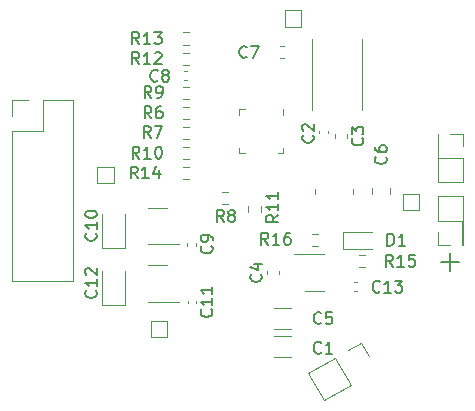
<source format=gbr>
%TF.GenerationSoftware,KiCad,Pcbnew,7.0.5*%
%TF.CreationDate,2023-06-07T18:34:11-04:00*%
%TF.ProjectId,PWR,5057522e-6b69-4636-9164-5f7063625858,rev?*%
%TF.SameCoordinates,Original*%
%TF.FileFunction,Legend,Top*%
%TF.FilePolarity,Positive*%
%FSLAX46Y46*%
G04 Gerber Fmt 4.6, Leading zero omitted, Abs format (unit mm)*
G04 Created by KiCad (PCBNEW 7.0.5) date 2023-06-07 18:34:11*
%MOMM*%
%LPD*%
G01*
G04 APERTURE LIST*
%ADD10C,0.150000*%
%ADD11C,0.120000*%
G04 APERTURE END LIST*
D10*
X165000000Y-100750000D02*
X165000000Y-102250000D01*
X164250000Y-101500000D02*
X165750000Y-101500000D01*
%TO.C,R15*%
X160137142Y-101894819D02*
X159803809Y-101418628D01*
X159565714Y-101894819D02*
X159565714Y-100894819D01*
X159565714Y-100894819D02*
X159946666Y-100894819D01*
X159946666Y-100894819D02*
X160041904Y-100942438D01*
X160041904Y-100942438D02*
X160089523Y-100990057D01*
X160089523Y-100990057D02*
X160137142Y-101085295D01*
X160137142Y-101085295D02*
X160137142Y-101228152D01*
X160137142Y-101228152D02*
X160089523Y-101323390D01*
X160089523Y-101323390D02*
X160041904Y-101371009D01*
X160041904Y-101371009D02*
X159946666Y-101418628D01*
X159946666Y-101418628D02*
X159565714Y-101418628D01*
X161089523Y-101894819D02*
X160518095Y-101894819D01*
X160803809Y-101894819D02*
X160803809Y-100894819D01*
X160803809Y-100894819D02*
X160708571Y-101037676D01*
X160708571Y-101037676D02*
X160613333Y-101132914D01*
X160613333Y-101132914D02*
X160518095Y-101180533D01*
X161994285Y-100894819D02*
X161518095Y-100894819D01*
X161518095Y-100894819D02*
X161470476Y-101371009D01*
X161470476Y-101371009D02*
X161518095Y-101323390D01*
X161518095Y-101323390D02*
X161613333Y-101275771D01*
X161613333Y-101275771D02*
X161851428Y-101275771D01*
X161851428Y-101275771D02*
X161946666Y-101323390D01*
X161946666Y-101323390D02*
X161994285Y-101371009D01*
X161994285Y-101371009D02*
X162041904Y-101466247D01*
X162041904Y-101466247D02*
X162041904Y-101704342D01*
X162041904Y-101704342D02*
X161994285Y-101799580D01*
X161994285Y-101799580D02*
X161946666Y-101847200D01*
X161946666Y-101847200D02*
X161851428Y-101894819D01*
X161851428Y-101894819D02*
X161613333Y-101894819D01*
X161613333Y-101894819D02*
X161518095Y-101847200D01*
X161518095Y-101847200D02*
X161470476Y-101799580D01*
%TO.C,C4*%
X148959580Y-102556666D02*
X149007200Y-102604285D01*
X149007200Y-102604285D02*
X149054819Y-102747142D01*
X149054819Y-102747142D02*
X149054819Y-102842380D01*
X149054819Y-102842380D02*
X149007200Y-102985237D01*
X149007200Y-102985237D02*
X148911961Y-103080475D01*
X148911961Y-103080475D02*
X148816723Y-103128094D01*
X148816723Y-103128094D02*
X148626247Y-103175713D01*
X148626247Y-103175713D02*
X148483390Y-103175713D01*
X148483390Y-103175713D02*
X148292914Y-103128094D01*
X148292914Y-103128094D02*
X148197676Y-103080475D01*
X148197676Y-103080475D02*
X148102438Y-102985237D01*
X148102438Y-102985237D02*
X148054819Y-102842380D01*
X148054819Y-102842380D02*
X148054819Y-102747142D01*
X148054819Y-102747142D02*
X148102438Y-102604285D01*
X148102438Y-102604285D02*
X148150057Y-102556666D01*
X148388152Y-101699523D02*
X149054819Y-101699523D01*
X148007200Y-101937618D02*
X148721485Y-102175713D01*
X148721485Y-102175713D02*
X148721485Y-101556666D01*
%TO.C,C13*%
X159037142Y-103999580D02*
X158989523Y-104047200D01*
X158989523Y-104047200D02*
X158846666Y-104094819D01*
X158846666Y-104094819D02*
X158751428Y-104094819D01*
X158751428Y-104094819D02*
X158608571Y-104047200D01*
X158608571Y-104047200D02*
X158513333Y-103951961D01*
X158513333Y-103951961D02*
X158465714Y-103856723D01*
X158465714Y-103856723D02*
X158418095Y-103666247D01*
X158418095Y-103666247D02*
X158418095Y-103523390D01*
X158418095Y-103523390D02*
X158465714Y-103332914D01*
X158465714Y-103332914D02*
X158513333Y-103237676D01*
X158513333Y-103237676D02*
X158608571Y-103142438D01*
X158608571Y-103142438D02*
X158751428Y-103094819D01*
X158751428Y-103094819D02*
X158846666Y-103094819D01*
X158846666Y-103094819D02*
X158989523Y-103142438D01*
X158989523Y-103142438D02*
X159037142Y-103190057D01*
X159989523Y-104094819D02*
X159418095Y-104094819D01*
X159703809Y-104094819D02*
X159703809Y-103094819D01*
X159703809Y-103094819D02*
X159608571Y-103237676D01*
X159608571Y-103237676D02*
X159513333Y-103332914D01*
X159513333Y-103332914D02*
X159418095Y-103380533D01*
X160322857Y-103094819D02*
X160941904Y-103094819D01*
X160941904Y-103094819D02*
X160608571Y-103475771D01*
X160608571Y-103475771D02*
X160751428Y-103475771D01*
X160751428Y-103475771D02*
X160846666Y-103523390D01*
X160846666Y-103523390D02*
X160894285Y-103571009D01*
X160894285Y-103571009D02*
X160941904Y-103666247D01*
X160941904Y-103666247D02*
X160941904Y-103904342D01*
X160941904Y-103904342D02*
X160894285Y-103999580D01*
X160894285Y-103999580D02*
X160846666Y-104047200D01*
X160846666Y-104047200D02*
X160751428Y-104094819D01*
X160751428Y-104094819D02*
X160465714Y-104094819D01*
X160465714Y-104094819D02*
X160370476Y-104047200D01*
X160370476Y-104047200D02*
X160322857Y-103999580D01*
%TO.C,R13*%
X138652862Y-83049099D02*
X138319529Y-82572908D01*
X138081434Y-83049099D02*
X138081434Y-82049099D01*
X138081434Y-82049099D02*
X138462386Y-82049099D01*
X138462386Y-82049099D02*
X138557624Y-82096718D01*
X138557624Y-82096718D02*
X138605243Y-82144337D01*
X138605243Y-82144337D02*
X138652862Y-82239575D01*
X138652862Y-82239575D02*
X138652862Y-82382432D01*
X138652862Y-82382432D02*
X138605243Y-82477670D01*
X138605243Y-82477670D02*
X138557624Y-82525289D01*
X138557624Y-82525289D02*
X138462386Y-82572908D01*
X138462386Y-82572908D02*
X138081434Y-82572908D01*
X139605243Y-83049099D02*
X139033815Y-83049099D01*
X139319529Y-83049099D02*
X139319529Y-82049099D01*
X139319529Y-82049099D02*
X139224291Y-82191956D01*
X139224291Y-82191956D02*
X139129053Y-82287194D01*
X139129053Y-82287194D02*
X139033815Y-82334813D01*
X139938577Y-82049099D02*
X140557624Y-82049099D01*
X140557624Y-82049099D02*
X140224291Y-82430051D01*
X140224291Y-82430051D02*
X140367148Y-82430051D01*
X140367148Y-82430051D02*
X140462386Y-82477670D01*
X140462386Y-82477670D02*
X140510005Y-82525289D01*
X140510005Y-82525289D02*
X140557624Y-82620527D01*
X140557624Y-82620527D02*
X140557624Y-82858622D01*
X140557624Y-82858622D02*
X140510005Y-82953860D01*
X140510005Y-82953860D02*
X140462386Y-83001480D01*
X140462386Y-83001480D02*
X140367148Y-83049099D01*
X140367148Y-83049099D02*
X140081434Y-83049099D01*
X140081434Y-83049099D02*
X139986196Y-83001480D01*
X139986196Y-83001480D02*
X139938577Y-82953860D01*
%TO.C,R16*%
X149587142Y-100034819D02*
X149253809Y-99558628D01*
X149015714Y-100034819D02*
X149015714Y-99034819D01*
X149015714Y-99034819D02*
X149396666Y-99034819D01*
X149396666Y-99034819D02*
X149491904Y-99082438D01*
X149491904Y-99082438D02*
X149539523Y-99130057D01*
X149539523Y-99130057D02*
X149587142Y-99225295D01*
X149587142Y-99225295D02*
X149587142Y-99368152D01*
X149587142Y-99368152D02*
X149539523Y-99463390D01*
X149539523Y-99463390D02*
X149491904Y-99511009D01*
X149491904Y-99511009D02*
X149396666Y-99558628D01*
X149396666Y-99558628D02*
X149015714Y-99558628D01*
X150539523Y-100034819D02*
X149968095Y-100034819D01*
X150253809Y-100034819D02*
X150253809Y-99034819D01*
X150253809Y-99034819D02*
X150158571Y-99177676D01*
X150158571Y-99177676D02*
X150063333Y-99272914D01*
X150063333Y-99272914D02*
X149968095Y-99320533D01*
X151396666Y-99034819D02*
X151206190Y-99034819D01*
X151206190Y-99034819D02*
X151110952Y-99082438D01*
X151110952Y-99082438D02*
X151063333Y-99130057D01*
X151063333Y-99130057D02*
X150968095Y-99272914D01*
X150968095Y-99272914D02*
X150920476Y-99463390D01*
X150920476Y-99463390D02*
X150920476Y-99844342D01*
X150920476Y-99844342D02*
X150968095Y-99939580D01*
X150968095Y-99939580D02*
X151015714Y-99987200D01*
X151015714Y-99987200D02*
X151110952Y-100034819D01*
X151110952Y-100034819D02*
X151301428Y-100034819D01*
X151301428Y-100034819D02*
X151396666Y-99987200D01*
X151396666Y-99987200D02*
X151444285Y-99939580D01*
X151444285Y-99939580D02*
X151491904Y-99844342D01*
X151491904Y-99844342D02*
X151491904Y-99606247D01*
X151491904Y-99606247D02*
X151444285Y-99511009D01*
X151444285Y-99511009D02*
X151396666Y-99463390D01*
X151396666Y-99463390D02*
X151301428Y-99415771D01*
X151301428Y-99415771D02*
X151110952Y-99415771D01*
X151110952Y-99415771D02*
X151015714Y-99463390D01*
X151015714Y-99463390D02*
X150968095Y-99511009D01*
X150968095Y-99511009D02*
X150920476Y-99606247D01*
%TO.C,C5*%
X154070833Y-106659580D02*
X154023214Y-106707200D01*
X154023214Y-106707200D02*
X153880357Y-106754819D01*
X153880357Y-106754819D02*
X153785119Y-106754819D01*
X153785119Y-106754819D02*
X153642262Y-106707200D01*
X153642262Y-106707200D02*
X153547024Y-106611961D01*
X153547024Y-106611961D02*
X153499405Y-106516723D01*
X153499405Y-106516723D02*
X153451786Y-106326247D01*
X153451786Y-106326247D02*
X153451786Y-106183390D01*
X153451786Y-106183390D02*
X153499405Y-105992914D01*
X153499405Y-105992914D02*
X153547024Y-105897676D01*
X153547024Y-105897676D02*
X153642262Y-105802438D01*
X153642262Y-105802438D02*
X153785119Y-105754819D01*
X153785119Y-105754819D02*
X153880357Y-105754819D01*
X153880357Y-105754819D02*
X154023214Y-105802438D01*
X154023214Y-105802438D02*
X154070833Y-105850057D01*
X154975595Y-105754819D02*
X154499405Y-105754819D01*
X154499405Y-105754819D02*
X154451786Y-106231009D01*
X154451786Y-106231009D02*
X154499405Y-106183390D01*
X154499405Y-106183390D02*
X154594643Y-106135771D01*
X154594643Y-106135771D02*
X154832738Y-106135771D01*
X154832738Y-106135771D02*
X154927976Y-106183390D01*
X154927976Y-106183390D02*
X154975595Y-106231009D01*
X154975595Y-106231009D02*
X155023214Y-106326247D01*
X155023214Y-106326247D02*
X155023214Y-106564342D01*
X155023214Y-106564342D02*
X154975595Y-106659580D01*
X154975595Y-106659580D02*
X154927976Y-106707200D01*
X154927976Y-106707200D02*
X154832738Y-106754819D01*
X154832738Y-106754819D02*
X154594643Y-106754819D01*
X154594643Y-106754819D02*
X154499405Y-106707200D01*
X154499405Y-106707200D02*
X154451786Y-106659580D01*
%TO.C,R12*%
X138652862Y-84749099D02*
X138319529Y-84272908D01*
X138081434Y-84749099D02*
X138081434Y-83749099D01*
X138081434Y-83749099D02*
X138462386Y-83749099D01*
X138462386Y-83749099D02*
X138557624Y-83796718D01*
X138557624Y-83796718D02*
X138605243Y-83844337D01*
X138605243Y-83844337D02*
X138652862Y-83939575D01*
X138652862Y-83939575D02*
X138652862Y-84082432D01*
X138652862Y-84082432D02*
X138605243Y-84177670D01*
X138605243Y-84177670D02*
X138557624Y-84225289D01*
X138557624Y-84225289D02*
X138462386Y-84272908D01*
X138462386Y-84272908D02*
X138081434Y-84272908D01*
X139605243Y-84749099D02*
X139033815Y-84749099D01*
X139319529Y-84749099D02*
X139319529Y-83749099D01*
X139319529Y-83749099D02*
X139224291Y-83891956D01*
X139224291Y-83891956D02*
X139129053Y-83987194D01*
X139129053Y-83987194D02*
X139033815Y-84034813D01*
X139986196Y-83844337D02*
X140033815Y-83796718D01*
X140033815Y-83796718D02*
X140129053Y-83749099D01*
X140129053Y-83749099D02*
X140367148Y-83749099D01*
X140367148Y-83749099D02*
X140462386Y-83796718D01*
X140462386Y-83796718D02*
X140510005Y-83844337D01*
X140510005Y-83844337D02*
X140557624Y-83939575D01*
X140557624Y-83939575D02*
X140557624Y-84034813D01*
X140557624Y-84034813D02*
X140510005Y-84177670D01*
X140510005Y-84177670D02*
X139938577Y-84749099D01*
X139938577Y-84749099D02*
X140557624Y-84749099D01*
%TO.C,R11*%
X150434819Y-97512857D02*
X149958628Y-97846190D01*
X150434819Y-98084285D02*
X149434819Y-98084285D01*
X149434819Y-98084285D02*
X149434819Y-97703333D01*
X149434819Y-97703333D02*
X149482438Y-97608095D01*
X149482438Y-97608095D02*
X149530057Y-97560476D01*
X149530057Y-97560476D02*
X149625295Y-97512857D01*
X149625295Y-97512857D02*
X149768152Y-97512857D01*
X149768152Y-97512857D02*
X149863390Y-97560476D01*
X149863390Y-97560476D02*
X149911009Y-97608095D01*
X149911009Y-97608095D02*
X149958628Y-97703333D01*
X149958628Y-97703333D02*
X149958628Y-98084285D01*
X150434819Y-96560476D02*
X150434819Y-97131904D01*
X150434819Y-96846190D02*
X149434819Y-96846190D01*
X149434819Y-96846190D02*
X149577676Y-96941428D01*
X149577676Y-96941428D02*
X149672914Y-97036666D01*
X149672914Y-97036666D02*
X149720533Y-97131904D01*
X150434819Y-95608095D02*
X150434819Y-96179523D01*
X150434819Y-95893809D02*
X149434819Y-95893809D01*
X149434819Y-95893809D02*
X149577676Y-95989047D01*
X149577676Y-95989047D02*
X149672914Y-96084285D01*
X149672914Y-96084285D02*
X149720533Y-96179523D01*
%TO.C,C11*%
X144759580Y-105522857D02*
X144807200Y-105570476D01*
X144807200Y-105570476D02*
X144854819Y-105713333D01*
X144854819Y-105713333D02*
X144854819Y-105808571D01*
X144854819Y-105808571D02*
X144807200Y-105951428D01*
X144807200Y-105951428D02*
X144711961Y-106046666D01*
X144711961Y-106046666D02*
X144616723Y-106094285D01*
X144616723Y-106094285D02*
X144426247Y-106141904D01*
X144426247Y-106141904D02*
X144283390Y-106141904D01*
X144283390Y-106141904D02*
X144092914Y-106094285D01*
X144092914Y-106094285D02*
X143997676Y-106046666D01*
X143997676Y-106046666D02*
X143902438Y-105951428D01*
X143902438Y-105951428D02*
X143854819Y-105808571D01*
X143854819Y-105808571D02*
X143854819Y-105713333D01*
X143854819Y-105713333D02*
X143902438Y-105570476D01*
X143902438Y-105570476D02*
X143950057Y-105522857D01*
X144854819Y-104570476D02*
X144854819Y-105141904D01*
X144854819Y-104856190D02*
X143854819Y-104856190D01*
X143854819Y-104856190D02*
X143997676Y-104951428D01*
X143997676Y-104951428D02*
X144092914Y-105046666D01*
X144092914Y-105046666D02*
X144140533Y-105141904D01*
X144854819Y-103618095D02*
X144854819Y-104189523D01*
X144854819Y-103903809D02*
X143854819Y-103903809D01*
X143854819Y-103903809D02*
X143997676Y-103999047D01*
X143997676Y-103999047D02*
X144092914Y-104094285D01*
X144092914Y-104094285D02*
X144140533Y-104189523D01*
%TO.C,C3*%
X157545300Y-91010946D02*
X157592920Y-91058565D01*
X157592920Y-91058565D02*
X157640539Y-91201422D01*
X157640539Y-91201422D02*
X157640539Y-91296660D01*
X157640539Y-91296660D02*
X157592920Y-91439517D01*
X157592920Y-91439517D02*
X157497681Y-91534755D01*
X157497681Y-91534755D02*
X157402443Y-91582374D01*
X157402443Y-91582374D02*
X157211967Y-91629993D01*
X157211967Y-91629993D02*
X157069110Y-91629993D01*
X157069110Y-91629993D02*
X156878634Y-91582374D01*
X156878634Y-91582374D02*
X156783396Y-91534755D01*
X156783396Y-91534755D02*
X156688158Y-91439517D01*
X156688158Y-91439517D02*
X156640539Y-91296660D01*
X156640539Y-91296660D02*
X156640539Y-91201422D01*
X156640539Y-91201422D02*
X156688158Y-91058565D01*
X156688158Y-91058565D02*
X156735777Y-91010946D01*
X156640539Y-90677612D02*
X156640539Y-90058565D01*
X156640539Y-90058565D02*
X157021491Y-90391898D01*
X157021491Y-90391898D02*
X157021491Y-90249041D01*
X157021491Y-90249041D02*
X157069110Y-90153803D01*
X157069110Y-90153803D02*
X157116729Y-90106184D01*
X157116729Y-90106184D02*
X157211967Y-90058565D01*
X157211967Y-90058565D02*
X157450062Y-90058565D01*
X157450062Y-90058565D02*
X157545300Y-90106184D01*
X157545300Y-90106184D02*
X157592920Y-90153803D01*
X157592920Y-90153803D02*
X157640539Y-90249041D01*
X157640539Y-90249041D02*
X157640539Y-90534755D01*
X157640539Y-90534755D02*
X157592920Y-90629993D01*
X157592920Y-90629993D02*
X157545300Y-90677612D01*
%TO.C,R10*%
X138682862Y-92749099D02*
X138349529Y-92272908D01*
X138111434Y-92749099D02*
X138111434Y-91749099D01*
X138111434Y-91749099D02*
X138492386Y-91749099D01*
X138492386Y-91749099D02*
X138587624Y-91796718D01*
X138587624Y-91796718D02*
X138635243Y-91844337D01*
X138635243Y-91844337D02*
X138682862Y-91939575D01*
X138682862Y-91939575D02*
X138682862Y-92082432D01*
X138682862Y-92082432D02*
X138635243Y-92177670D01*
X138635243Y-92177670D02*
X138587624Y-92225289D01*
X138587624Y-92225289D02*
X138492386Y-92272908D01*
X138492386Y-92272908D02*
X138111434Y-92272908D01*
X139635243Y-92749099D02*
X139063815Y-92749099D01*
X139349529Y-92749099D02*
X139349529Y-91749099D01*
X139349529Y-91749099D02*
X139254291Y-91891956D01*
X139254291Y-91891956D02*
X139159053Y-91987194D01*
X139159053Y-91987194D02*
X139063815Y-92034813D01*
X140254291Y-91749099D02*
X140349529Y-91749099D01*
X140349529Y-91749099D02*
X140444767Y-91796718D01*
X140444767Y-91796718D02*
X140492386Y-91844337D01*
X140492386Y-91844337D02*
X140540005Y-91939575D01*
X140540005Y-91939575D02*
X140587624Y-92130051D01*
X140587624Y-92130051D02*
X140587624Y-92368146D01*
X140587624Y-92368146D02*
X140540005Y-92558622D01*
X140540005Y-92558622D02*
X140492386Y-92653860D01*
X140492386Y-92653860D02*
X140444767Y-92701480D01*
X140444767Y-92701480D02*
X140349529Y-92749099D01*
X140349529Y-92749099D02*
X140254291Y-92749099D01*
X140254291Y-92749099D02*
X140159053Y-92701480D01*
X140159053Y-92701480D02*
X140111434Y-92653860D01*
X140111434Y-92653860D02*
X140063815Y-92558622D01*
X140063815Y-92558622D02*
X140016196Y-92368146D01*
X140016196Y-92368146D02*
X140016196Y-92130051D01*
X140016196Y-92130051D02*
X140063815Y-91939575D01*
X140063815Y-91939575D02*
X140111434Y-91844337D01*
X140111434Y-91844337D02*
X140159053Y-91796718D01*
X140159053Y-91796718D02*
X140254291Y-91749099D01*
%TO.C,C10*%
X134989580Y-99072857D02*
X135037200Y-99120476D01*
X135037200Y-99120476D02*
X135084819Y-99263333D01*
X135084819Y-99263333D02*
X135084819Y-99358571D01*
X135084819Y-99358571D02*
X135037200Y-99501428D01*
X135037200Y-99501428D02*
X134941961Y-99596666D01*
X134941961Y-99596666D02*
X134846723Y-99644285D01*
X134846723Y-99644285D02*
X134656247Y-99691904D01*
X134656247Y-99691904D02*
X134513390Y-99691904D01*
X134513390Y-99691904D02*
X134322914Y-99644285D01*
X134322914Y-99644285D02*
X134227676Y-99596666D01*
X134227676Y-99596666D02*
X134132438Y-99501428D01*
X134132438Y-99501428D02*
X134084819Y-99358571D01*
X134084819Y-99358571D02*
X134084819Y-99263333D01*
X134084819Y-99263333D02*
X134132438Y-99120476D01*
X134132438Y-99120476D02*
X134180057Y-99072857D01*
X135084819Y-98120476D02*
X135084819Y-98691904D01*
X135084819Y-98406190D02*
X134084819Y-98406190D01*
X134084819Y-98406190D02*
X134227676Y-98501428D01*
X134227676Y-98501428D02*
X134322914Y-98596666D01*
X134322914Y-98596666D02*
X134370533Y-98691904D01*
X134084819Y-97501428D02*
X134084819Y-97406190D01*
X134084819Y-97406190D02*
X134132438Y-97310952D01*
X134132438Y-97310952D02*
X134180057Y-97263333D01*
X134180057Y-97263333D02*
X134275295Y-97215714D01*
X134275295Y-97215714D02*
X134465771Y-97168095D01*
X134465771Y-97168095D02*
X134703866Y-97168095D01*
X134703866Y-97168095D02*
X134894342Y-97215714D01*
X134894342Y-97215714D02*
X134989580Y-97263333D01*
X134989580Y-97263333D02*
X135037200Y-97310952D01*
X135037200Y-97310952D02*
X135084819Y-97406190D01*
X135084819Y-97406190D02*
X135084819Y-97501428D01*
X135084819Y-97501428D02*
X135037200Y-97596666D01*
X135037200Y-97596666D02*
X134989580Y-97644285D01*
X134989580Y-97644285D02*
X134894342Y-97691904D01*
X134894342Y-97691904D02*
X134703866Y-97739523D01*
X134703866Y-97739523D02*
X134465771Y-97739523D01*
X134465771Y-97739523D02*
X134275295Y-97691904D01*
X134275295Y-97691904D02*
X134180057Y-97644285D01*
X134180057Y-97644285D02*
X134132438Y-97596666D01*
X134132438Y-97596666D02*
X134084819Y-97501428D01*
%TO.C,R14*%
X138522862Y-94419099D02*
X138189529Y-93942908D01*
X137951434Y-94419099D02*
X137951434Y-93419099D01*
X137951434Y-93419099D02*
X138332386Y-93419099D01*
X138332386Y-93419099D02*
X138427624Y-93466718D01*
X138427624Y-93466718D02*
X138475243Y-93514337D01*
X138475243Y-93514337D02*
X138522862Y-93609575D01*
X138522862Y-93609575D02*
X138522862Y-93752432D01*
X138522862Y-93752432D02*
X138475243Y-93847670D01*
X138475243Y-93847670D02*
X138427624Y-93895289D01*
X138427624Y-93895289D02*
X138332386Y-93942908D01*
X138332386Y-93942908D02*
X137951434Y-93942908D01*
X139475243Y-94419099D02*
X138903815Y-94419099D01*
X139189529Y-94419099D02*
X139189529Y-93419099D01*
X139189529Y-93419099D02*
X139094291Y-93561956D01*
X139094291Y-93561956D02*
X138999053Y-93657194D01*
X138999053Y-93657194D02*
X138903815Y-93704813D01*
X140332386Y-93752432D02*
X140332386Y-94419099D01*
X140094291Y-93371480D02*
X139856196Y-94085765D01*
X139856196Y-94085765D02*
X140475243Y-94085765D01*
%TO.C,C2*%
X153355300Y-90770946D02*
X153402920Y-90818565D01*
X153402920Y-90818565D02*
X153450539Y-90961422D01*
X153450539Y-90961422D02*
X153450539Y-91056660D01*
X153450539Y-91056660D02*
X153402920Y-91199517D01*
X153402920Y-91199517D02*
X153307681Y-91294755D01*
X153307681Y-91294755D02*
X153212443Y-91342374D01*
X153212443Y-91342374D02*
X153021967Y-91389993D01*
X153021967Y-91389993D02*
X152879110Y-91389993D01*
X152879110Y-91389993D02*
X152688634Y-91342374D01*
X152688634Y-91342374D02*
X152593396Y-91294755D01*
X152593396Y-91294755D02*
X152498158Y-91199517D01*
X152498158Y-91199517D02*
X152450539Y-91056660D01*
X152450539Y-91056660D02*
X152450539Y-90961422D01*
X152450539Y-90961422D02*
X152498158Y-90818565D01*
X152498158Y-90818565D02*
X152545777Y-90770946D01*
X152545777Y-90389993D02*
X152498158Y-90342374D01*
X152498158Y-90342374D02*
X152450539Y-90247136D01*
X152450539Y-90247136D02*
X152450539Y-90009041D01*
X152450539Y-90009041D02*
X152498158Y-89913803D01*
X152498158Y-89913803D02*
X152545777Y-89866184D01*
X152545777Y-89866184D02*
X152641015Y-89818565D01*
X152641015Y-89818565D02*
X152736253Y-89818565D01*
X152736253Y-89818565D02*
X152879110Y-89866184D01*
X152879110Y-89866184D02*
X153450539Y-90437612D01*
X153450539Y-90437612D02*
X153450539Y-89818565D01*
%TO.C,D1*%
X159684405Y-100114819D02*
X159684405Y-99114819D01*
X159684405Y-99114819D02*
X159922500Y-99114819D01*
X159922500Y-99114819D02*
X160065357Y-99162438D01*
X160065357Y-99162438D02*
X160160595Y-99257676D01*
X160160595Y-99257676D02*
X160208214Y-99352914D01*
X160208214Y-99352914D02*
X160255833Y-99543390D01*
X160255833Y-99543390D02*
X160255833Y-99686247D01*
X160255833Y-99686247D02*
X160208214Y-99876723D01*
X160208214Y-99876723D02*
X160160595Y-99971961D01*
X160160595Y-99971961D02*
X160065357Y-100067200D01*
X160065357Y-100067200D02*
X159922500Y-100114819D01*
X159922500Y-100114819D02*
X159684405Y-100114819D01*
X161208214Y-100114819D02*
X160636786Y-100114819D01*
X160922500Y-100114819D02*
X160922500Y-99114819D01*
X160922500Y-99114819D02*
X160827262Y-99257676D01*
X160827262Y-99257676D02*
X160732024Y-99352914D01*
X160732024Y-99352914D02*
X160636786Y-99400533D01*
%TO.C,R9*%
X139683333Y-87604819D02*
X139350000Y-87128628D01*
X139111905Y-87604819D02*
X139111905Y-86604819D01*
X139111905Y-86604819D02*
X139492857Y-86604819D01*
X139492857Y-86604819D02*
X139588095Y-86652438D01*
X139588095Y-86652438D02*
X139635714Y-86700057D01*
X139635714Y-86700057D02*
X139683333Y-86795295D01*
X139683333Y-86795295D02*
X139683333Y-86938152D01*
X139683333Y-86938152D02*
X139635714Y-87033390D01*
X139635714Y-87033390D02*
X139588095Y-87081009D01*
X139588095Y-87081009D02*
X139492857Y-87128628D01*
X139492857Y-87128628D02*
X139111905Y-87128628D01*
X140159524Y-87604819D02*
X140350000Y-87604819D01*
X140350000Y-87604819D02*
X140445238Y-87557200D01*
X140445238Y-87557200D02*
X140492857Y-87509580D01*
X140492857Y-87509580D02*
X140588095Y-87366723D01*
X140588095Y-87366723D02*
X140635714Y-87176247D01*
X140635714Y-87176247D02*
X140635714Y-86795295D01*
X140635714Y-86795295D02*
X140588095Y-86700057D01*
X140588095Y-86700057D02*
X140540476Y-86652438D01*
X140540476Y-86652438D02*
X140445238Y-86604819D01*
X140445238Y-86604819D02*
X140254762Y-86604819D01*
X140254762Y-86604819D02*
X140159524Y-86652438D01*
X140159524Y-86652438D02*
X140111905Y-86700057D01*
X140111905Y-86700057D02*
X140064286Y-86795295D01*
X140064286Y-86795295D02*
X140064286Y-87033390D01*
X140064286Y-87033390D02*
X140111905Y-87128628D01*
X140111905Y-87128628D02*
X140159524Y-87176247D01*
X140159524Y-87176247D02*
X140254762Y-87223866D01*
X140254762Y-87223866D02*
X140445238Y-87223866D01*
X140445238Y-87223866D02*
X140540476Y-87176247D01*
X140540476Y-87176247D02*
X140588095Y-87128628D01*
X140588095Y-87128628D02*
X140635714Y-87033390D01*
%TO.C,C9*%
X144779580Y-100156666D02*
X144827200Y-100204285D01*
X144827200Y-100204285D02*
X144874819Y-100347142D01*
X144874819Y-100347142D02*
X144874819Y-100442380D01*
X144874819Y-100442380D02*
X144827200Y-100585237D01*
X144827200Y-100585237D02*
X144731961Y-100680475D01*
X144731961Y-100680475D02*
X144636723Y-100728094D01*
X144636723Y-100728094D02*
X144446247Y-100775713D01*
X144446247Y-100775713D02*
X144303390Y-100775713D01*
X144303390Y-100775713D02*
X144112914Y-100728094D01*
X144112914Y-100728094D02*
X144017676Y-100680475D01*
X144017676Y-100680475D02*
X143922438Y-100585237D01*
X143922438Y-100585237D02*
X143874819Y-100442380D01*
X143874819Y-100442380D02*
X143874819Y-100347142D01*
X143874819Y-100347142D02*
X143922438Y-100204285D01*
X143922438Y-100204285D02*
X143970057Y-100156666D01*
X144874819Y-99680475D02*
X144874819Y-99489999D01*
X144874819Y-99489999D02*
X144827200Y-99394761D01*
X144827200Y-99394761D02*
X144779580Y-99347142D01*
X144779580Y-99347142D02*
X144636723Y-99251904D01*
X144636723Y-99251904D02*
X144446247Y-99204285D01*
X144446247Y-99204285D02*
X144065295Y-99204285D01*
X144065295Y-99204285D02*
X143970057Y-99251904D01*
X143970057Y-99251904D02*
X143922438Y-99299523D01*
X143922438Y-99299523D02*
X143874819Y-99394761D01*
X143874819Y-99394761D02*
X143874819Y-99585237D01*
X143874819Y-99585237D02*
X143922438Y-99680475D01*
X143922438Y-99680475D02*
X143970057Y-99728094D01*
X143970057Y-99728094D02*
X144065295Y-99775713D01*
X144065295Y-99775713D02*
X144303390Y-99775713D01*
X144303390Y-99775713D02*
X144398628Y-99728094D01*
X144398628Y-99728094D02*
X144446247Y-99680475D01*
X144446247Y-99680475D02*
X144493866Y-99585237D01*
X144493866Y-99585237D02*
X144493866Y-99394761D01*
X144493866Y-99394761D02*
X144446247Y-99299523D01*
X144446247Y-99299523D02*
X144398628Y-99251904D01*
X144398628Y-99251904D02*
X144303390Y-99204285D01*
%TO.C,C6*%
X159519580Y-92586666D02*
X159567200Y-92634285D01*
X159567200Y-92634285D02*
X159614819Y-92777142D01*
X159614819Y-92777142D02*
X159614819Y-92872380D01*
X159614819Y-92872380D02*
X159567200Y-93015237D01*
X159567200Y-93015237D02*
X159471961Y-93110475D01*
X159471961Y-93110475D02*
X159376723Y-93158094D01*
X159376723Y-93158094D02*
X159186247Y-93205713D01*
X159186247Y-93205713D02*
X159043390Y-93205713D01*
X159043390Y-93205713D02*
X158852914Y-93158094D01*
X158852914Y-93158094D02*
X158757676Y-93110475D01*
X158757676Y-93110475D02*
X158662438Y-93015237D01*
X158662438Y-93015237D02*
X158614819Y-92872380D01*
X158614819Y-92872380D02*
X158614819Y-92777142D01*
X158614819Y-92777142D02*
X158662438Y-92634285D01*
X158662438Y-92634285D02*
X158710057Y-92586666D01*
X158614819Y-91729523D02*
X158614819Y-91919999D01*
X158614819Y-91919999D02*
X158662438Y-92015237D01*
X158662438Y-92015237D02*
X158710057Y-92062856D01*
X158710057Y-92062856D02*
X158852914Y-92158094D01*
X158852914Y-92158094D02*
X159043390Y-92205713D01*
X159043390Y-92205713D02*
X159424342Y-92205713D01*
X159424342Y-92205713D02*
X159519580Y-92158094D01*
X159519580Y-92158094D02*
X159567200Y-92110475D01*
X159567200Y-92110475D02*
X159614819Y-92015237D01*
X159614819Y-92015237D02*
X159614819Y-91824761D01*
X159614819Y-91824761D02*
X159567200Y-91729523D01*
X159567200Y-91729523D02*
X159519580Y-91681904D01*
X159519580Y-91681904D02*
X159424342Y-91634285D01*
X159424342Y-91634285D02*
X159186247Y-91634285D01*
X159186247Y-91634285D02*
X159091009Y-91681904D01*
X159091009Y-91681904D02*
X159043390Y-91729523D01*
X159043390Y-91729523D02*
X158995771Y-91824761D01*
X158995771Y-91824761D02*
X158995771Y-92015237D01*
X158995771Y-92015237D02*
X159043390Y-92110475D01*
X159043390Y-92110475D02*
X159091009Y-92158094D01*
X159091009Y-92158094D02*
X159186247Y-92205713D01*
%TO.C,C12*%
X134989580Y-103912857D02*
X135037200Y-103960476D01*
X135037200Y-103960476D02*
X135084819Y-104103333D01*
X135084819Y-104103333D02*
X135084819Y-104198571D01*
X135084819Y-104198571D02*
X135037200Y-104341428D01*
X135037200Y-104341428D02*
X134941961Y-104436666D01*
X134941961Y-104436666D02*
X134846723Y-104484285D01*
X134846723Y-104484285D02*
X134656247Y-104531904D01*
X134656247Y-104531904D02*
X134513390Y-104531904D01*
X134513390Y-104531904D02*
X134322914Y-104484285D01*
X134322914Y-104484285D02*
X134227676Y-104436666D01*
X134227676Y-104436666D02*
X134132438Y-104341428D01*
X134132438Y-104341428D02*
X134084819Y-104198571D01*
X134084819Y-104198571D02*
X134084819Y-104103333D01*
X134084819Y-104103333D02*
X134132438Y-103960476D01*
X134132438Y-103960476D02*
X134180057Y-103912857D01*
X135084819Y-102960476D02*
X135084819Y-103531904D01*
X135084819Y-103246190D02*
X134084819Y-103246190D01*
X134084819Y-103246190D02*
X134227676Y-103341428D01*
X134227676Y-103341428D02*
X134322914Y-103436666D01*
X134322914Y-103436666D02*
X134370533Y-103531904D01*
X134180057Y-102579523D02*
X134132438Y-102531904D01*
X134132438Y-102531904D02*
X134084819Y-102436666D01*
X134084819Y-102436666D02*
X134084819Y-102198571D01*
X134084819Y-102198571D02*
X134132438Y-102103333D01*
X134132438Y-102103333D02*
X134180057Y-102055714D01*
X134180057Y-102055714D02*
X134275295Y-102008095D01*
X134275295Y-102008095D02*
X134370533Y-102008095D01*
X134370533Y-102008095D02*
X134513390Y-102055714D01*
X134513390Y-102055714D02*
X135084819Y-102627142D01*
X135084819Y-102627142D02*
X135084819Y-102008095D01*
%TO.C,C1*%
X154070833Y-109159580D02*
X154023214Y-109207200D01*
X154023214Y-109207200D02*
X153880357Y-109254819D01*
X153880357Y-109254819D02*
X153785119Y-109254819D01*
X153785119Y-109254819D02*
X153642262Y-109207200D01*
X153642262Y-109207200D02*
X153547024Y-109111961D01*
X153547024Y-109111961D02*
X153499405Y-109016723D01*
X153499405Y-109016723D02*
X153451786Y-108826247D01*
X153451786Y-108826247D02*
X153451786Y-108683390D01*
X153451786Y-108683390D02*
X153499405Y-108492914D01*
X153499405Y-108492914D02*
X153547024Y-108397676D01*
X153547024Y-108397676D02*
X153642262Y-108302438D01*
X153642262Y-108302438D02*
X153785119Y-108254819D01*
X153785119Y-108254819D02*
X153880357Y-108254819D01*
X153880357Y-108254819D02*
X154023214Y-108302438D01*
X154023214Y-108302438D02*
X154070833Y-108350057D01*
X155023214Y-109254819D02*
X154451786Y-109254819D01*
X154737500Y-109254819D02*
X154737500Y-108254819D01*
X154737500Y-108254819D02*
X154642262Y-108397676D01*
X154642262Y-108397676D02*
X154547024Y-108492914D01*
X154547024Y-108492914D02*
X154451786Y-108540533D01*
%TO.C,R6*%
X139683333Y-89334819D02*
X139350000Y-88858628D01*
X139111905Y-89334819D02*
X139111905Y-88334819D01*
X139111905Y-88334819D02*
X139492857Y-88334819D01*
X139492857Y-88334819D02*
X139588095Y-88382438D01*
X139588095Y-88382438D02*
X139635714Y-88430057D01*
X139635714Y-88430057D02*
X139683333Y-88525295D01*
X139683333Y-88525295D02*
X139683333Y-88668152D01*
X139683333Y-88668152D02*
X139635714Y-88763390D01*
X139635714Y-88763390D02*
X139588095Y-88811009D01*
X139588095Y-88811009D02*
X139492857Y-88858628D01*
X139492857Y-88858628D02*
X139111905Y-88858628D01*
X140540476Y-88334819D02*
X140350000Y-88334819D01*
X140350000Y-88334819D02*
X140254762Y-88382438D01*
X140254762Y-88382438D02*
X140207143Y-88430057D01*
X140207143Y-88430057D02*
X140111905Y-88572914D01*
X140111905Y-88572914D02*
X140064286Y-88763390D01*
X140064286Y-88763390D02*
X140064286Y-89144342D01*
X140064286Y-89144342D02*
X140111905Y-89239580D01*
X140111905Y-89239580D02*
X140159524Y-89287200D01*
X140159524Y-89287200D02*
X140254762Y-89334819D01*
X140254762Y-89334819D02*
X140445238Y-89334819D01*
X140445238Y-89334819D02*
X140540476Y-89287200D01*
X140540476Y-89287200D02*
X140588095Y-89239580D01*
X140588095Y-89239580D02*
X140635714Y-89144342D01*
X140635714Y-89144342D02*
X140635714Y-88906247D01*
X140635714Y-88906247D02*
X140588095Y-88811009D01*
X140588095Y-88811009D02*
X140540476Y-88763390D01*
X140540476Y-88763390D02*
X140445238Y-88715771D01*
X140445238Y-88715771D02*
X140254762Y-88715771D01*
X140254762Y-88715771D02*
X140159524Y-88763390D01*
X140159524Y-88763390D02*
X140111905Y-88811009D01*
X140111905Y-88811009D02*
X140064286Y-88906247D01*
%TO.C,C8*%
X140229053Y-86133860D02*
X140181434Y-86181480D01*
X140181434Y-86181480D02*
X140038577Y-86229099D01*
X140038577Y-86229099D02*
X139943339Y-86229099D01*
X139943339Y-86229099D02*
X139800482Y-86181480D01*
X139800482Y-86181480D02*
X139705244Y-86086241D01*
X139705244Y-86086241D02*
X139657625Y-85991003D01*
X139657625Y-85991003D02*
X139610006Y-85800527D01*
X139610006Y-85800527D02*
X139610006Y-85657670D01*
X139610006Y-85657670D02*
X139657625Y-85467194D01*
X139657625Y-85467194D02*
X139705244Y-85371956D01*
X139705244Y-85371956D02*
X139800482Y-85276718D01*
X139800482Y-85276718D02*
X139943339Y-85229099D01*
X139943339Y-85229099D02*
X140038577Y-85229099D01*
X140038577Y-85229099D02*
X140181434Y-85276718D01*
X140181434Y-85276718D02*
X140229053Y-85324337D01*
X140800482Y-85657670D02*
X140705244Y-85610051D01*
X140705244Y-85610051D02*
X140657625Y-85562432D01*
X140657625Y-85562432D02*
X140610006Y-85467194D01*
X140610006Y-85467194D02*
X140610006Y-85419575D01*
X140610006Y-85419575D02*
X140657625Y-85324337D01*
X140657625Y-85324337D02*
X140705244Y-85276718D01*
X140705244Y-85276718D02*
X140800482Y-85229099D01*
X140800482Y-85229099D02*
X140990958Y-85229099D01*
X140990958Y-85229099D02*
X141086196Y-85276718D01*
X141086196Y-85276718D02*
X141133815Y-85324337D01*
X141133815Y-85324337D02*
X141181434Y-85419575D01*
X141181434Y-85419575D02*
X141181434Y-85467194D01*
X141181434Y-85467194D02*
X141133815Y-85562432D01*
X141133815Y-85562432D02*
X141086196Y-85610051D01*
X141086196Y-85610051D02*
X140990958Y-85657670D01*
X140990958Y-85657670D02*
X140800482Y-85657670D01*
X140800482Y-85657670D02*
X140705244Y-85705289D01*
X140705244Y-85705289D02*
X140657625Y-85752908D01*
X140657625Y-85752908D02*
X140610006Y-85848146D01*
X140610006Y-85848146D02*
X140610006Y-86038622D01*
X140610006Y-86038622D02*
X140657625Y-86133860D01*
X140657625Y-86133860D02*
X140705244Y-86181480D01*
X140705244Y-86181480D02*
X140800482Y-86229099D01*
X140800482Y-86229099D02*
X140990958Y-86229099D01*
X140990958Y-86229099D02*
X141086196Y-86181480D01*
X141086196Y-86181480D02*
X141133815Y-86133860D01*
X141133815Y-86133860D02*
X141181434Y-86038622D01*
X141181434Y-86038622D02*
X141181434Y-85848146D01*
X141181434Y-85848146D02*
X141133815Y-85752908D01*
X141133815Y-85752908D02*
X141086196Y-85705289D01*
X141086196Y-85705289D02*
X140990958Y-85657670D01*
%TO.C,C7*%
X147767613Y-84125300D02*
X147719994Y-84172920D01*
X147719994Y-84172920D02*
X147577137Y-84220539D01*
X147577137Y-84220539D02*
X147481899Y-84220539D01*
X147481899Y-84220539D02*
X147339042Y-84172920D01*
X147339042Y-84172920D02*
X147243804Y-84077681D01*
X147243804Y-84077681D02*
X147196185Y-83982443D01*
X147196185Y-83982443D02*
X147148566Y-83791967D01*
X147148566Y-83791967D02*
X147148566Y-83649110D01*
X147148566Y-83649110D02*
X147196185Y-83458634D01*
X147196185Y-83458634D02*
X147243804Y-83363396D01*
X147243804Y-83363396D02*
X147339042Y-83268158D01*
X147339042Y-83268158D02*
X147481899Y-83220539D01*
X147481899Y-83220539D02*
X147577137Y-83220539D01*
X147577137Y-83220539D02*
X147719994Y-83268158D01*
X147719994Y-83268158D02*
X147767613Y-83315777D01*
X148100947Y-83220539D02*
X148767613Y-83220539D01*
X148767613Y-83220539D02*
X148339042Y-84220539D01*
%TO.C,R7*%
X139629053Y-91009099D02*
X139295720Y-90532908D01*
X139057625Y-91009099D02*
X139057625Y-90009099D01*
X139057625Y-90009099D02*
X139438577Y-90009099D01*
X139438577Y-90009099D02*
X139533815Y-90056718D01*
X139533815Y-90056718D02*
X139581434Y-90104337D01*
X139581434Y-90104337D02*
X139629053Y-90199575D01*
X139629053Y-90199575D02*
X139629053Y-90342432D01*
X139629053Y-90342432D02*
X139581434Y-90437670D01*
X139581434Y-90437670D02*
X139533815Y-90485289D01*
X139533815Y-90485289D02*
X139438577Y-90532908D01*
X139438577Y-90532908D02*
X139057625Y-90532908D01*
X139962387Y-90009099D02*
X140629053Y-90009099D01*
X140629053Y-90009099D02*
X140200482Y-91009099D01*
%TO.C,R8*%
X145823333Y-98114819D02*
X145490000Y-97638628D01*
X145251905Y-98114819D02*
X145251905Y-97114819D01*
X145251905Y-97114819D02*
X145632857Y-97114819D01*
X145632857Y-97114819D02*
X145728095Y-97162438D01*
X145728095Y-97162438D02*
X145775714Y-97210057D01*
X145775714Y-97210057D02*
X145823333Y-97305295D01*
X145823333Y-97305295D02*
X145823333Y-97448152D01*
X145823333Y-97448152D02*
X145775714Y-97543390D01*
X145775714Y-97543390D02*
X145728095Y-97591009D01*
X145728095Y-97591009D02*
X145632857Y-97638628D01*
X145632857Y-97638628D02*
X145251905Y-97638628D01*
X146394762Y-97543390D02*
X146299524Y-97495771D01*
X146299524Y-97495771D02*
X146251905Y-97448152D01*
X146251905Y-97448152D02*
X146204286Y-97352914D01*
X146204286Y-97352914D02*
X146204286Y-97305295D01*
X146204286Y-97305295D02*
X146251905Y-97210057D01*
X146251905Y-97210057D02*
X146299524Y-97162438D01*
X146299524Y-97162438D02*
X146394762Y-97114819D01*
X146394762Y-97114819D02*
X146585238Y-97114819D01*
X146585238Y-97114819D02*
X146680476Y-97162438D01*
X146680476Y-97162438D02*
X146728095Y-97210057D01*
X146728095Y-97210057D02*
X146775714Y-97305295D01*
X146775714Y-97305295D02*
X146775714Y-97352914D01*
X146775714Y-97352914D02*
X146728095Y-97448152D01*
X146728095Y-97448152D02*
X146680476Y-97495771D01*
X146680476Y-97495771D02*
X146585238Y-97543390D01*
X146585238Y-97543390D02*
X146394762Y-97543390D01*
X146394762Y-97543390D02*
X146299524Y-97591009D01*
X146299524Y-97591009D02*
X146251905Y-97638628D01*
X146251905Y-97638628D02*
X146204286Y-97733866D01*
X146204286Y-97733866D02*
X146204286Y-97924342D01*
X146204286Y-97924342D02*
X146251905Y-98019580D01*
X146251905Y-98019580D02*
X146299524Y-98067200D01*
X146299524Y-98067200D02*
X146394762Y-98114819D01*
X146394762Y-98114819D02*
X146585238Y-98114819D01*
X146585238Y-98114819D02*
X146680476Y-98067200D01*
X146680476Y-98067200D02*
X146728095Y-98019580D01*
X146728095Y-98019580D02*
X146775714Y-97924342D01*
X146775714Y-97924342D02*
X146775714Y-97733866D01*
X146775714Y-97733866D02*
X146728095Y-97638628D01*
X146728095Y-97638628D02*
X146680476Y-97591009D01*
X146680476Y-97591009D02*
X146585238Y-97543390D01*
D11*
%TO.C,R15*%
X157784724Y-101962500D02*
X157275276Y-101962500D01*
X157784724Y-100917500D02*
X157275276Y-100917500D01*
%TO.C,C4*%
X149520000Y-102536267D02*
X149520000Y-102243733D01*
X150540000Y-102536267D02*
X150540000Y-102243733D01*
%TO.C,U1*%
X140230000Y-100012500D02*
X142030000Y-100012500D01*
X140230000Y-100012500D02*
X139430000Y-100012500D01*
X140230000Y-96892500D02*
X141030000Y-96892500D01*
X140230000Y-96892500D02*
X139430000Y-96892500D01*
%TO.C,C13*%
X156844165Y-103230000D02*
X157075835Y-103230000D01*
X156844165Y-103950000D02*
X157075835Y-103950000D01*
%TO.C,TP1*%
X135120000Y-93440000D02*
X136520000Y-93440000D01*
X135120000Y-94840000D02*
X135120000Y-93440000D01*
X136520000Y-93440000D02*
X136520000Y-94840000D01*
X136520000Y-94840000D02*
X135120000Y-94840000D01*
%TO.C,R13*%
X142340996Y-82071780D02*
X142850444Y-82071780D01*
X142340996Y-83116780D02*
X142850444Y-83116780D01*
%TO.C,R16*%
X153784724Y-100152500D02*
X153275276Y-100152500D01*
X153784724Y-99107500D02*
X153275276Y-99107500D01*
%TO.C,C5*%
X151511252Y-107210000D02*
X150088748Y-107210000D01*
X151511252Y-105390000D02*
X150088748Y-105390000D01*
%TO.C,R12*%
X142340996Y-83771780D02*
X142850444Y-83771780D01*
X142340996Y-84816780D02*
X142850444Y-84816780D01*
%TO.C,L2*%
X157520000Y-82640000D02*
X157520000Y-88640000D01*
X153320000Y-82640000D02*
X153320000Y-88640000D01*
%TO.C,R11*%
X147897500Y-97294724D02*
X147897500Y-96785276D01*
X148942500Y-97294724D02*
X148942500Y-96785276D01*
%TO.C,C11*%
X143490000Y-104774165D02*
X143490000Y-105005835D01*
X142770000Y-104774165D02*
X142770000Y-105005835D01*
%TO.C,U2*%
X147135720Y-88584280D02*
X147610720Y-88584280D01*
X150855720Y-89059280D02*
X150855720Y-88584280D01*
X147135720Y-89059280D02*
X147135720Y-88584280D01*
X150855720Y-91829280D02*
X150855720Y-92304280D01*
X147135720Y-91829280D02*
X147135720Y-92304280D01*
X150855720Y-92304280D02*
X150380720Y-92304280D01*
X147135720Y-92304280D02*
X147610720Y-92304280D01*
%TO.C,C3*%
X156265720Y-90698013D02*
X156265720Y-90990547D01*
X155245720Y-90698013D02*
X155245720Y-90990547D01*
%TO.C,R10*%
X142340996Y-91731780D02*
X142850444Y-91731780D01*
X142340996Y-92776780D02*
X142850444Y-92776780D01*
%TO.C,C10*%
X135520000Y-100290000D02*
X137440000Y-100290000D01*
X137440000Y-100290000D02*
X137440000Y-97430000D01*
X135520000Y-97430000D02*
X135520000Y-100290000D01*
%TO.C,R14*%
X142340996Y-93431780D02*
X142850444Y-93431780D01*
X142340996Y-94476780D02*
X142850444Y-94476780D01*
%TO.C,L1*%
X156770000Y-95314280D02*
X156770000Y-95714280D01*
X153570000Y-95314280D02*
X153570000Y-95714280D01*
%TO.C,C2*%
X154605720Y-90378445D02*
X154605720Y-90610115D01*
X153885720Y-90378445D02*
X153885720Y-90610115D01*
%TO.C,J4*%
X166060000Y-90640000D02*
X166060000Y-91700000D01*
X165000000Y-90640000D02*
X166060000Y-90640000D01*
X164000000Y-90640000D02*
X163940000Y-90640000D01*
X164000000Y-90640000D02*
X164000000Y-92700000D01*
X163940000Y-90640000D02*
X163940000Y-94760000D01*
X166060000Y-92700000D02*
X166060000Y-94760000D01*
X164000000Y-92700000D02*
X166060000Y-92700000D01*
X166060000Y-94760000D02*
X163940000Y-94760000D01*
%TO.C,U4*%
X153530000Y-100830000D02*
X151730000Y-100830000D01*
X153530000Y-100830000D02*
X154330000Y-100830000D01*
X153530000Y-103950000D02*
X152730000Y-103950000D01*
X153530000Y-103950000D02*
X154330000Y-103950000D01*
%TO.C,D1*%
X155915000Y-98925000D02*
X155915000Y-100395000D01*
X155915000Y-100395000D02*
X158375000Y-100395000D01*
X158375000Y-98925000D02*
X155915000Y-98925000D01*
%TO.C,R9*%
X142345276Y-86677500D02*
X142854724Y-86677500D01*
X142345276Y-87722500D02*
X142854724Y-87722500D01*
%TO.C,C9*%
X143470000Y-99884165D02*
X143470000Y-100115835D01*
X142750000Y-99884165D02*
X142750000Y-100115835D01*
%TO.C,TP3*%
X150970000Y-80190000D02*
X152370000Y-80190000D01*
X150970000Y-81590000D02*
X150970000Y-80190000D01*
X152370000Y-80190000D02*
X152370000Y-81590000D01*
X152370000Y-81590000D02*
X150970000Y-81590000D01*
%TO.C,C6*%
X158410720Y-95775532D02*
X158410720Y-95253028D01*
X159880720Y-95775532D02*
X159880720Y-95253028D01*
%TO.C,C12*%
X135520000Y-105140000D02*
X137440000Y-105140000D01*
X137440000Y-105140000D02*
X137440000Y-102280000D01*
X135520000Y-102280000D02*
X135520000Y-105140000D01*
%TO.C,TP4*%
X139650000Y-106480000D02*
X141050000Y-106480000D01*
X139650000Y-107880000D02*
X139650000Y-106480000D01*
X141050000Y-106480000D02*
X141050000Y-107880000D01*
X141050000Y-107880000D02*
X139650000Y-107880000D01*
%TO.C,C1*%
X151511252Y-109560000D02*
X150088748Y-109560000D01*
X151511252Y-107740000D02*
X150088748Y-107740000D01*
%TO.C,J3*%
X163940000Y-100060000D02*
X163940000Y-99000000D01*
X165000000Y-100060000D02*
X163940000Y-100060000D01*
X166000000Y-100060000D02*
X166060000Y-100060000D01*
X166000000Y-100060000D02*
X166000000Y-98000000D01*
X166060000Y-100060000D02*
X166060000Y-95940000D01*
X163940000Y-98000000D02*
X163940000Y-95940000D01*
X166000000Y-98000000D02*
X163940000Y-98000000D01*
X163940000Y-95940000D02*
X166060000Y-95940000D01*
%TO.C,J1*%
X157480996Y-108325686D02*
X158145996Y-109477500D01*
X156329182Y-108990686D02*
X157480996Y-108325686D01*
X155229330Y-109625686D02*
X152977664Y-110925686D01*
X155229330Y-109625686D02*
X156559330Y-111929314D01*
X152977664Y-110925686D02*
X154307664Y-113229314D01*
X156559330Y-111929314D02*
X154307664Y-113229314D01*
%TO.C,R6*%
X142844724Y-89412500D02*
X142335276Y-89412500D01*
X142844724Y-88367500D02*
X142335276Y-88367500D01*
%TO.C,C8*%
X142711555Y-86084280D02*
X142479885Y-86084280D01*
X142711555Y-85364280D02*
X142479885Y-85364280D01*
%TO.C,C7*%
X150916267Y-84230000D02*
X150623733Y-84230000D01*
X150916267Y-83210000D02*
X150623733Y-83210000D01*
%TO.C,R7*%
X142340996Y-90031780D02*
X142850444Y-90031780D01*
X142340996Y-91076780D02*
X142850444Y-91076780D01*
%TO.C,TP2*%
X160960000Y-95720000D02*
X162360000Y-95720000D01*
X160960000Y-97120000D02*
X160960000Y-95720000D01*
X162360000Y-95720000D02*
X162360000Y-97120000D01*
X162360000Y-97120000D02*
X160960000Y-97120000D01*
%TO.C,U3*%
X140230000Y-104862500D02*
X142030000Y-104862500D01*
X140230000Y-104862500D02*
X139430000Y-104862500D01*
X140230000Y-101742500D02*
X141030000Y-101742500D01*
X140230000Y-101742500D02*
X139430000Y-101742500D01*
%TO.C,J2*%
X127895000Y-87770000D02*
X129225000Y-87770000D01*
X127895000Y-89100000D02*
X127895000Y-87770000D01*
X127895000Y-90370000D02*
X127895000Y-103130000D01*
X127895000Y-90370000D02*
X130495000Y-90370000D01*
X127895000Y-103130000D02*
X133095000Y-103130000D01*
X130495000Y-87770000D02*
X133095000Y-87770000D01*
X130495000Y-90370000D02*
X130495000Y-87770000D01*
X133095000Y-87770000D02*
X133095000Y-103130000D01*
%TO.C,R8*%
X146194724Y-96632500D02*
X145685276Y-96632500D01*
X146194724Y-95587500D02*
X145685276Y-95587500D01*
%TD*%
M02*

</source>
